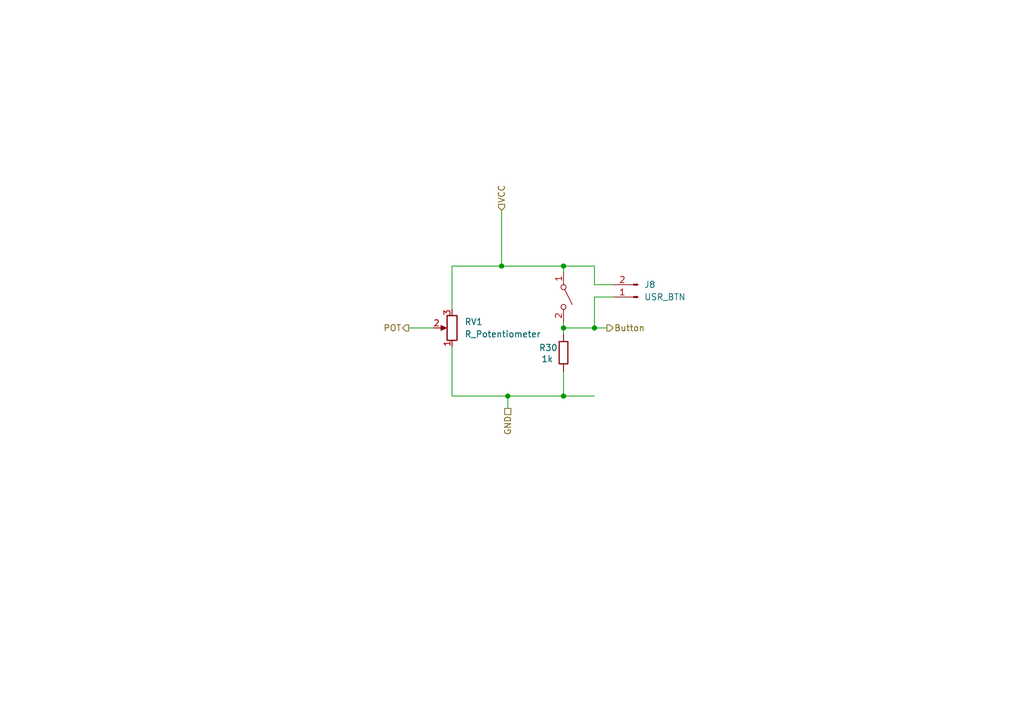
<source format=kicad_sch>
(kicad_sch (version 20231120) (generator "eeschema") (generator_version "8.0")
  (paper "A5")
  (title_block (title "User actions") (date "2024-04-17") (rev "1.0"))
  (lib_symbols
    (symbol "Connector:Conn_01x02_Pin" (pin_names (offset 1.016) hide)
      (property "Reference" "J" (at 0 2.54 0))
      (property "Value" "Conn_01x02_Pin" (at 0 -5.08 0))
      (symbol "Conn_01x02_Pin_1_1"
        (polyline (pts (xy 1.27 -2.54) (xy 0.8636 -2.54)) (stroke (width 0.1524)))
        (polyline (pts (xy 1.27 0) (xy 0.8636 0)) (stroke (width 0.1524)))
        (rectangle (start 0.8636 -2.413) (end 0 -2.667) (stroke (width 0.1524)) (fill (type outline)))
        (rectangle (start 0.8636 0.127) (end 0 -0.127) (stroke (width 0.1524)) (fill (type outline)))
        (pin passive line (at 5.08 0 180) (length 3.81) (name "Pin_1") (number "1"))
        (pin passive line (at 5.08 -2.54 180) (length 3.81) (name "Pin_2") (number "2"))
      )
    )
    (symbol "Device:R_Potentiometer" (pin_names (offset 1.016) hide)
      (property "Reference" "RV" (at -4.445 0 90))
      (property "Value" "R_Potentiometer" (at -2.54 0 90))
      (symbol "R_Potentiometer_0_1"
        (polyline (pts (xy 2.54 0) (xy 1.524 0)))
        (polyline (pts (xy 1.143 0) (xy 2.286 0.508) (xy 2.286 -0.508) (xy 1.143 0)) (fill (type outline)))
        (rectangle (start 1.016 2.54) (end -1.016 -2.54) (stroke (width 0.254)))
      )
      (symbol "R_Potentiometer_1_1"
        (pin passive line (at 0 3.81 270) (length 1.27) (name "1") (number "1"))
        (pin passive line (at 3.81 0 180) (length 1.27) (name "2") (number "2"))
        (pin passive line (at 0 -3.81 90) (length 1.27) (name "3") (number "3"))
      )
    )
    (symbol "PCM_SL_Devices:Resistor_0.5W"
      (property "Reference" "R" (at 0 5.08 0))
      (property "Value" "Resistor_0.5W" (at 0 2.54 0))
      (symbol "Resistor_0.5W_0_1"
        (rectangle (start -2.286 0.889) (end 2.286 -0.889) (stroke (width 0.24)))
      )
      (symbol "Resistor_0.5W_1_1"
        (pin passive line (at -3.81 0 0) (length 1.5) (name "") (number "1"))
        (pin passive line (at 3.81 0 180) (length 1.5) (name "~") (number "2"))
      )
    )
    (symbol "Switch:SW_DPST_x2" (pin_names (offset 0) hide)
      (property "Reference" "SW" (at 0 3.175 0))
      (property "Value" "SW_DPST_x2" (at 0 -2.54 0))
      (symbol "SW_DPST_x2_0_0"
        (circle (center -2.032 0) (radius 0.508))
        (polyline (pts (xy -1.524 0.254) (xy 1.524 1.778)))
        (circle (center 2.032 0) (radius 0.508))
      )
      (symbol "SW_DPST_x2_1_1"
        (pin passive line (at -5.08 0 0) (length 2.54) (name "A") (number "1"))
        (pin passive line (at 5.08 0 180) (length 2.54) (name "B") (number "2"))
      )
      (symbol "SW_DPST_x2_2_1"
        (pin passive line (at -5.08 0 0) (length 2.54) (name "A") (number "3"))
        (pin passive line (at 5.08 0 180) (length 2.54) (name "B") (number "4"))
      )
    )
  )
  (junction (at 115.57 81.28))
  (junction (at 104.14 81.28))
  (junction (at 102.87 54.61))
  (junction (at 121.92 67.31))
  (junction (at 115.57 54.61))
  (junction (at 115.57 67.31))
  (wire (pts (xy 102.87 54.61) (xy 102.87 43.18)))
  (wire (pts (xy 121.92 60.96) (xy 121.92 67.31)))
  (wire (pts (xy 115.57 66.04) (xy 115.57 67.31)))
  (wire (pts (xy 115.57 54.61) (xy 115.57 55.88)))
  (wire (pts (xy 115.57 54.61) (xy 121.92 54.61)))
  (wire (pts (xy 115.57 81.28) (xy 121.92 81.28)))
  (wire (pts (xy 115.57 67.31) (xy 115.57 68.58)))
  (wire (pts (xy 115.57 67.31) (xy 121.92 67.31)))
  (wire (pts (xy 92.71 81.28) (xy 104.14 81.28)))
  (wire (pts (xy 121.92 58.42) (xy 121.92 54.61)))
  (wire (pts (xy 83.82 67.31) (xy 88.9 67.31)))
  (wire (pts (xy 92.71 54.61) (xy 102.87 54.61)))
  (wire (pts (xy 121.92 67.31) (xy 124.46 67.31)))
  (wire (pts (xy 115.57 81.28) (xy 104.14 81.28)))
  (wire (pts (xy 125.73 58.42) (xy 121.92 58.42)))
  (wire (pts (xy 115.57 76.2) (xy 115.57 81.28)))
  (wire (pts (xy 115.57 54.61) (xy 102.87 54.61)))
  (wire (pts (xy 92.71 71.12) (xy 92.71 81.28)))
  (wire (pts (xy 104.14 81.28) (xy 104.14 83.82)))
  (wire (pts (xy 125.73 60.96) (xy 121.92 60.96)))
  (wire (pts (xy 92.71 63.5) (xy 92.71 54.61)))
  (hierarchical_label "POT" (shape output) (at 83.82 67.31 180))
  (hierarchical_label "GND" (shape passive) (at 104.14 83.82 270))
  (hierarchical_label "Button" (shape output) (at 124.46 67.31 0))
  (hierarchical_label "VCC" (shape input) (at 102.87 43.18 90))
  (symbol (lib_id "Device:R_Potentiometer") (at 92.71 67.31 180) (unit 1)
    (property "Reference" "RV1" (at 95.25 66.0399 0) (effects (justify right)))
    (property "Value" "R_Potentiometer" (at 95.25 68.5799 0) (effects (justify right)))
    (property "Footprint" "Potentiometer_THT:Potentiometer_Alps_RK163_Single_Horizontal" (effects (hide yes)))
    (property "Description" "Potentiometer" (effects (hide yes)))
  )
  (symbol (lib_id "Switch:SW_DPST_x2") (at 115.57 60.96 270) (unit 1)
    (property "Reference" "SW5" (effects (hide yes)))
    (property "Value" "SW_User" (effects (hide yes)))
    (property "Footprint" "Button_Switch_THT:SW_PUSH_6mm_H8mm" (effects (hide yes)))
    (property "Description" "Single Pole Single Throw (SPST) switch, separate symbol" (effects (hide yes)))
  )
  (symbol (lib_id "Connector:Conn_01x02_Pin") (at 130.81 60.96 180) (unit 1)
    (property "Reference" "J8" (at 132.08 58.4199 0) (effects (justify right)))
    (property "Value" "USR_BTN" (at 132.08 60.9599 0) (effects (justify right)))
    (property "Footprint" "TerminalBlock_Phoenix:TerminalBlock_Phoenix_MPT-0,5-2-2.54_1x02_P2.54mm_Horizontal" (effects (hide yes)))
  )
  (symbol (lib_id "PCM_SL_Devices:Resistor_0.5W") (at 115.57 72.39 270) (unit 1)
    (property "Reference" "R30" (at 110.49 71.374 90) (effects (justify left)))
    (property "Value" "1k" (at 110.998 73.66 90) (effects (justify left)))
    (property "Footprint" "Resistor_THT:R_Axial_DIN0207_L6.3mm_D2.5mm_P7.62mm_Horizontal" (effects (hide yes)))
  )
)
</source>
